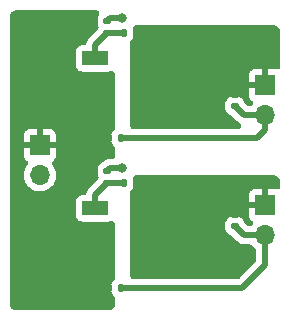
<source format=gbr>
%TF.GenerationSoftware,KiCad,Pcbnew,6.0.2+dfsg-1*%
%TF.CreationDate,2023-01-01T10:44:38-05:00*%
%TF.ProjectId,LM317,4c4d3331-372e-46b6-9963-61645f706362,rev?*%
%TF.SameCoordinates,Original*%
%TF.FileFunction,Copper,L1,Top*%
%TF.FilePolarity,Positive*%
%FSLAX46Y46*%
G04 Gerber Fmt 4.6, Leading zero omitted, Abs format (unit mm)*
G04 Created by KiCad (PCBNEW 6.0.2+dfsg-1) date 2023-01-01 10:44:38*
%MOMM*%
%LPD*%
G01*
G04 APERTURE LIST*
G04 Aperture macros list*
%AMRoundRect*
0 Rectangle with rounded corners*
0 $1 Rounding radius*
0 $2 $3 $4 $5 $6 $7 $8 $9 X,Y pos of 4 corners*
0 Add a 4 corners polygon primitive as box body*
4,1,4,$2,$3,$4,$5,$6,$7,$8,$9,$2,$3,0*
0 Add four circle primitives for the rounded corners*
1,1,$1+$1,$2,$3*
1,1,$1+$1,$4,$5*
1,1,$1+$1,$6,$7*
1,1,$1+$1,$8,$9*
0 Add four rect primitives between the rounded corners*
20,1,$1+$1,$2,$3,$4,$5,0*
20,1,$1+$1,$4,$5,$6,$7,0*
20,1,$1+$1,$6,$7,$8,$9,0*
20,1,$1+$1,$8,$9,$2,$3,0*%
G04 Aperture macros list end*
%TA.AperFunction,SMDPad,CuDef*%
%ADD10R,2.200000X1.200000*%
%TD*%
%TA.AperFunction,SMDPad,CuDef*%
%ADD11R,6.400000X5.800000*%
%TD*%
%TA.AperFunction,SMDPad,CuDef*%
%ADD12RoundRect,0.135000X0.185000X-0.135000X0.185000X0.135000X-0.185000X0.135000X-0.185000X-0.135000X0*%
%TD*%
%TA.AperFunction,SMDPad,CuDef*%
%ADD13RoundRect,0.135000X0.135000X0.185000X-0.135000X0.185000X-0.135000X-0.185000X0.135000X-0.185000X0*%
%TD*%
%TA.AperFunction,ComponentPad*%
%ADD14R,1.700000X1.700000*%
%TD*%
%TA.AperFunction,ComponentPad*%
%ADD15O,1.700000X1.700000*%
%TD*%
%TA.AperFunction,SMDPad,CuDef*%
%ADD16RoundRect,0.140000X-0.170000X0.140000X-0.170000X-0.140000X0.170000X-0.140000X0.170000X0.140000X0*%
%TD*%
%TA.AperFunction,SMDPad,CuDef*%
%ADD17RoundRect,0.140000X-0.140000X-0.170000X0.140000X-0.170000X0.140000X0.170000X-0.140000X0.170000X0*%
%TD*%
%TA.AperFunction,ViaPad*%
%ADD18C,0.800000*%
%TD*%
%TA.AperFunction,Conductor*%
%ADD19C,0.508000*%
%TD*%
G04 APERTURE END LIST*
D10*
%TO.P,U2,1,ADJ*%
%TO.N,Net-(R3-Pad2)*%
X89780000Y-66300000D03*
D11*
%TO.P,U2,2,VO*%
%TO.N,+3V3*%
X96080000Y-68580000D03*
D10*
%TO.P,U2,3,VI*%
%TO.N,+12V*%
X89780000Y-70860000D03*
%TD*%
D12*
%TO.P,R4,1*%
%TO.N,Net-(R3-Pad2)*%
X90805000Y-64135000D03*
%TO.P,R4,2*%
%TO.N,GND*%
X90805000Y-63115000D03*
%TD*%
D13*
%TO.P,R3,1*%
%TO.N,+3V3*%
X93220000Y-64135000D03*
%TO.P,R3,2*%
%TO.N,Net-(R3-Pad2)*%
X92200000Y-64135000D03*
%TD*%
D14*
%TO.P,J3,1,Pin_1*%
%TO.N,+3V3*%
X104140000Y-66040000D03*
D15*
%TO.P,J3,2,Pin_2*%
%TO.N,GND*%
X104140000Y-68580000D03*
%TD*%
D16*
%TO.P,C4,1*%
%TO.N,+3V3*%
X101600000Y-66830000D03*
%TO.P,C4,2*%
%TO.N,GND*%
X101600000Y-67790000D03*
%TD*%
D17*
%TO.P,C3,1*%
%TO.N,+12V*%
X90960000Y-73025000D03*
%TO.P,C3,2*%
%TO.N,GND*%
X91920000Y-73025000D03*
%TD*%
D10*
%TO.P,U1,1,ADJ*%
%TO.N,Net-(R1-Pad2)*%
X89780000Y-53600000D03*
D11*
%TO.P,U1,2,VO*%
%TO.N,+5V*%
X96080000Y-55880000D03*
D10*
%TO.P,U1,3,VI*%
%TO.N,+12V*%
X89780000Y-58160000D03*
%TD*%
D12*
%TO.P,R2,1*%
%TO.N,Net-(R1-Pad2)*%
X90805000Y-51435000D03*
%TO.P,R2,2*%
%TO.N,GND*%
X90805000Y-50415000D03*
%TD*%
D13*
%TO.P,R1,1*%
%TO.N,+5V*%
X93220000Y-51435000D03*
%TO.P,R1,2*%
%TO.N,Net-(R1-Pad2)*%
X92200000Y-51435000D03*
%TD*%
D14*
%TO.P,J2,1,Pin_1*%
%TO.N,+5V*%
X104140000Y-55880000D03*
D15*
%TO.P,J2,2,Pin_2*%
%TO.N,GND*%
X104140000Y-58420000D03*
%TD*%
D14*
%TO.P,J1,1,Pin_1*%
%TO.N,+12V*%
X85090000Y-60955000D03*
D15*
%TO.P,J1,2,Pin_2*%
%TO.N,GND*%
X85090000Y-63495000D03*
%TD*%
D16*
%TO.P,C2,1*%
%TO.N,+5V*%
X101600000Y-56670000D03*
%TO.P,C2,2*%
%TO.N,GND*%
X101600000Y-57630000D03*
%TD*%
D17*
%TO.P,C1,1*%
%TO.N,+12V*%
X90960000Y-60325000D03*
%TO.P,C1,2*%
%TO.N,GND*%
X91920000Y-60325000D03*
%TD*%
D18*
%TO.N,GND*%
X92075000Y-62865000D03*
X92075000Y-50165000D03*
%TD*%
D19*
%TO.N,GND*%
X92075000Y-62865000D02*
X91055000Y-62865000D01*
X91055000Y-62865000D02*
X90805000Y-63115000D01*
X92075000Y-50165000D02*
X91055000Y-50165000D01*
X91055000Y-50165000D02*
X90805000Y-50415000D01*
%TO.N,Net-(R1-Pad2)*%
X90805000Y-51435000D02*
X89780000Y-52460000D01*
X89780000Y-52460000D02*
X89780000Y-53600000D01*
%TO.N,Net-(R3-Pad2)*%
X90805000Y-64135000D02*
X89780000Y-65160000D01*
X89780000Y-65160000D02*
X89780000Y-66300000D01*
X92200000Y-64135000D02*
X90805000Y-64135000D01*
%TO.N,Net-(R1-Pad2)*%
X92200000Y-51435000D02*
X90805000Y-51435000D01*
%TO.N,GND*%
X91920000Y-60325000D02*
X103505000Y-60325000D01*
X103505000Y-60325000D02*
X104140000Y-59690000D01*
X104140000Y-59690000D02*
X104140000Y-58420000D01*
X91920000Y-73025000D02*
X102235000Y-73025000D01*
X102235000Y-73025000D02*
X104140000Y-71120000D01*
X104140000Y-71120000D02*
X104140000Y-68580000D01*
X104140000Y-68580000D02*
X102390000Y-68580000D01*
X102390000Y-68580000D02*
X101600000Y-67790000D01*
X104140000Y-58420000D02*
X102390000Y-58420000D01*
X102390000Y-58420000D02*
X101600000Y-57630000D01*
%TO.N,+12V*%
X89780000Y-70860000D02*
X89780000Y-71845000D01*
X89780000Y-71845000D02*
X90960000Y-73025000D01*
X89780000Y-58160000D02*
X89780000Y-59145000D01*
X89780000Y-59145000D02*
X90960000Y-60325000D01*
%TD*%
%TA.AperFunction,Conductor*%
%TO.N,+12V*%
G36*
X89969201Y-49549258D02*
G01*
X90051280Y-49604102D01*
X90106124Y-49686181D01*
X90125382Y-49783000D01*
X90106124Y-49879819D01*
X90090149Y-49911788D01*
X90032834Y-50008701D01*
X90032832Y-50008707D01*
X90024731Y-50022404D01*
X89979371Y-50178534D01*
X89976500Y-50215011D01*
X89976501Y-50614988D01*
X89979371Y-50651466D01*
X90024731Y-50807596D01*
X90032835Y-50821299D01*
X90034230Y-50824523D01*
X90055006Y-50921028D01*
X90034230Y-51025477D01*
X90032835Y-51028701D01*
X90024731Y-51042404D01*
X90004145Y-51113261D01*
X89958639Y-51200862D01*
X89940089Y-51221573D01*
X89295260Y-51866402D01*
X89271575Y-51886757D01*
X89268278Y-51889831D01*
X89256436Y-51898546D01*
X89246920Y-51909747D01*
X89246918Y-51909749D01*
X89225365Y-51935119D01*
X89219387Y-51941603D01*
X89219424Y-51941636D01*
X89214545Y-51947117D01*
X89209347Y-51952315D01*
X89204788Y-51958078D01*
X89192994Y-51972985D01*
X89187394Y-51979814D01*
X89141316Y-52034051D01*
X89135193Y-52046042D01*
X89126840Y-52056600D01*
X89096699Y-52121091D01*
X89092837Y-52128991D01*
X89060457Y-52192404D01*
X89057257Y-52205481D01*
X89051556Y-52217679D01*
X89037056Y-52287393D01*
X89035113Y-52295977D01*
X89034459Y-52298653D01*
X88992735Y-52388114D01*
X88919950Y-52454801D01*
X88827185Y-52488558D01*
X88788714Y-52491500D01*
X88631866Y-52491500D01*
X88625058Y-52492240D01*
X88625050Y-52492240D01*
X88585458Y-52496541D01*
X88585455Y-52496542D01*
X88569684Y-52498255D01*
X88501396Y-52523855D01*
X88450174Y-52543057D01*
X88450172Y-52543058D01*
X88433295Y-52549385D01*
X88418874Y-52560193D01*
X88418872Y-52560194D01*
X88331160Y-52625931D01*
X88316739Y-52636739D01*
X88229385Y-52753295D01*
X88178255Y-52889684D01*
X88171500Y-52951866D01*
X88171500Y-54248134D01*
X88178255Y-54310316D01*
X88229385Y-54446705D01*
X88316739Y-54563261D01*
X88331160Y-54574069D01*
X88418872Y-54639806D01*
X88418874Y-54639807D01*
X88433295Y-54650615D01*
X88450172Y-54656942D01*
X88450174Y-54656943D01*
X88479384Y-54667893D01*
X88569684Y-54701745D01*
X88585455Y-54703458D01*
X88585458Y-54703459D01*
X88625050Y-54707760D01*
X88625058Y-54707760D01*
X88631866Y-54708500D01*
X90928134Y-54708500D01*
X90934942Y-54707760D01*
X90934950Y-54707760D01*
X90974542Y-54703459D01*
X90974545Y-54703458D01*
X90990316Y-54701745D01*
X91080616Y-54667893D01*
X91098190Y-54661305D01*
X91195608Y-54645351D01*
X91291716Y-54667893D01*
X91371882Y-54725498D01*
X91423900Y-54809395D01*
X91440000Y-54898205D01*
X91440000Y-59473087D01*
X91420742Y-59569906D01*
X91365898Y-59651985D01*
X91263512Y-59754371D01*
X91255411Y-59768069D01*
X91210438Y-59844115D01*
X91180106Y-59895403D01*
X91134394Y-60052746D01*
X91131500Y-60089516D01*
X91131500Y-60560484D01*
X91134394Y-60597254D01*
X91180106Y-60754597D01*
X91263512Y-60895629D01*
X91365898Y-60998015D01*
X91420742Y-61080094D01*
X91440000Y-61176913D01*
X91440000Y-61849500D01*
X91420742Y-61946319D01*
X91365898Y-62028398D01*
X91283819Y-62083242D01*
X91187000Y-62102500D01*
X91131971Y-62102500D01*
X91100850Y-62100146D01*
X91096326Y-62099988D01*
X91081792Y-62097777D01*
X91033965Y-62101667D01*
X91025152Y-62102025D01*
X91025155Y-62102074D01*
X91017828Y-62102500D01*
X91010475Y-62102500D01*
X90984278Y-62105555D01*
X90975518Y-62106421D01*
X90944447Y-62108948D01*
X90919228Y-62110999D01*
X90919227Y-62110999D01*
X90904573Y-62112191D01*
X90891766Y-62116340D01*
X90878393Y-62117899D01*
X90864571Y-62122916D01*
X90864572Y-62122916D01*
X90811470Y-62142191D01*
X90803128Y-62145055D01*
X90735425Y-62166988D01*
X90723917Y-62173971D01*
X90711259Y-62178566D01*
X90698966Y-62186626D01*
X90651715Y-62217605D01*
X90644247Y-62222316D01*
X90617813Y-62238357D01*
X90583419Y-62259228D01*
X90574994Y-62266668D01*
X90572215Y-62269447D01*
X90571228Y-62270374D01*
X90562565Y-62276054D01*
X90543720Y-62295947D01*
X90463159Y-62352990D01*
X90430648Y-62364904D01*
X90362404Y-62384731D01*
X90222459Y-62467494D01*
X90107494Y-62582459D01*
X90099393Y-62596157D01*
X90059699Y-62663277D01*
X90024731Y-62722404D01*
X90020290Y-62737690D01*
X89984651Y-62860361D01*
X89979371Y-62878534D01*
X89976500Y-62915011D01*
X89976501Y-63314988D01*
X89979371Y-63351466D01*
X89982976Y-63363876D01*
X89982977Y-63363879D01*
X90011930Y-63463536D01*
X90024731Y-63507596D01*
X90032835Y-63521299D01*
X90034230Y-63524523D01*
X90055006Y-63621028D01*
X90034230Y-63725477D01*
X90032835Y-63728701D01*
X90024731Y-63742404D01*
X90004145Y-63813261D01*
X89958639Y-63900862D01*
X89940089Y-63921573D01*
X89295260Y-64566402D01*
X89271575Y-64586757D01*
X89268278Y-64589831D01*
X89256436Y-64598546D01*
X89246920Y-64609747D01*
X89246918Y-64609749D01*
X89225365Y-64635119D01*
X89219387Y-64641603D01*
X89219424Y-64641636D01*
X89214545Y-64647117D01*
X89209347Y-64652315D01*
X89192994Y-64672985D01*
X89187394Y-64679814D01*
X89141316Y-64734051D01*
X89135193Y-64746042D01*
X89126840Y-64756600D01*
X89096699Y-64821091D01*
X89092837Y-64828991D01*
X89060457Y-64892404D01*
X89057257Y-64905481D01*
X89051556Y-64917679D01*
X89037056Y-64987393D01*
X89035113Y-64995977D01*
X89034459Y-64998653D01*
X88992735Y-65088114D01*
X88919950Y-65154801D01*
X88827185Y-65188558D01*
X88788714Y-65191500D01*
X88631866Y-65191500D01*
X88625058Y-65192240D01*
X88625050Y-65192240D01*
X88585458Y-65196541D01*
X88585455Y-65196542D01*
X88569684Y-65198255D01*
X88501396Y-65223855D01*
X88450174Y-65243057D01*
X88450172Y-65243058D01*
X88433295Y-65249385D01*
X88418874Y-65260193D01*
X88418872Y-65260194D01*
X88331160Y-65325931D01*
X88316739Y-65336739D01*
X88229385Y-65453295D01*
X88178255Y-65589684D01*
X88171500Y-65651866D01*
X88171500Y-66948134D01*
X88178255Y-67010316D01*
X88229385Y-67146705D01*
X88316739Y-67263261D01*
X88331160Y-67274069D01*
X88418872Y-67339806D01*
X88418874Y-67339807D01*
X88433295Y-67350615D01*
X88450172Y-67356942D01*
X88450174Y-67356943D01*
X88479384Y-67367893D01*
X88569684Y-67401745D01*
X88585455Y-67403458D01*
X88585458Y-67403459D01*
X88625050Y-67407760D01*
X88625058Y-67407760D01*
X88631866Y-67408500D01*
X90928134Y-67408500D01*
X90934942Y-67407760D01*
X90934950Y-67407760D01*
X90974542Y-67403459D01*
X90974545Y-67403458D01*
X90990316Y-67401745D01*
X91080616Y-67367893D01*
X91098190Y-67361305D01*
X91195608Y-67345351D01*
X91291716Y-67367893D01*
X91371882Y-67425498D01*
X91423900Y-67509395D01*
X91440000Y-67598205D01*
X91440000Y-72173087D01*
X91420742Y-72269906D01*
X91365898Y-72351985D01*
X91263512Y-72454371D01*
X91180106Y-72595403D01*
X91134394Y-72752746D01*
X91131500Y-72789516D01*
X91131500Y-73260484D01*
X91134394Y-73297254D01*
X91180106Y-73454597D01*
X91263512Y-73595629D01*
X91365898Y-73698015D01*
X91420742Y-73780094D01*
X91440000Y-73876913D01*
X91440000Y-74405420D01*
X91437837Y-74438431D01*
X91427037Y-74520463D01*
X91409944Y-74584253D01*
X91384686Y-74645230D01*
X91351662Y-74702427D01*
X91311485Y-74754786D01*
X91264786Y-74801485D01*
X91212427Y-74841662D01*
X91155230Y-74874686D01*
X91134996Y-74883068D01*
X91094250Y-74899945D01*
X91030463Y-74917037D01*
X90948431Y-74927837D01*
X90915420Y-74930000D01*
X83074580Y-74930000D01*
X83041569Y-74927837D01*
X82959537Y-74917037D01*
X82895750Y-74899945D01*
X82855004Y-74883068D01*
X82834770Y-74874686D01*
X82777573Y-74841662D01*
X82725214Y-74801485D01*
X82678515Y-74754786D01*
X82638338Y-74702427D01*
X82605314Y-74645230D01*
X82580056Y-74584253D01*
X82562963Y-74520463D01*
X82552163Y-74438431D01*
X82550000Y-74405420D01*
X82550000Y-63461695D01*
X83727251Y-63461695D01*
X83727849Y-63472067D01*
X83727849Y-63472068D01*
X83730874Y-63524523D01*
X83740110Y-63684715D01*
X83764514Y-63793003D01*
X83785250Y-63885012D01*
X83789222Y-63902639D01*
X83822128Y-63983677D01*
X83869360Y-64099998D01*
X83869363Y-64100004D01*
X83873266Y-64109616D01*
X83878690Y-64118467D01*
X83984560Y-64291233D01*
X83984564Y-64291239D01*
X83989987Y-64300088D01*
X84136250Y-64468938D01*
X84308126Y-64611632D01*
X84501000Y-64724338D01*
X84709692Y-64804030D01*
X84793416Y-64821064D01*
X84918427Y-64846498D01*
X84918428Y-64846498D01*
X84928597Y-64848567D01*
X85051419Y-64853071D01*
X85141466Y-64856373D01*
X85141470Y-64856373D01*
X85151837Y-64856753D01*
X85270221Y-64841588D01*
X85363113Y-64829688D01*
X85363115Y-64829688D01*
X85373416Y-64828368D01*
X85568242Y-64769917D01*
X85577442Y-64767157D01*
X85577445Y-64767156D01*
X85587384Y-64764174D01*
X85787994Y-64665896D01*
X85796443Y-64659869D01*
X85796447Y-64659867D01*
X85961410Y-64542200D01*
X85969860Y-64536173D01*
X85977214Y-64528845D01*
X86120745Y-64385815D01*
X86120749Y-64385811D01*
X86128096Y-64378489D01*
X86258453Y-64197077D01*
X86357430Y-63996811D01*
X86386582Y-63900862D01*
X86419352Y-63793003D01*
X86419352Y-63793001D01*
X86422370Y-63783069D01*
X86451529Y-63561590D01*
X86451753Y-63552459D01*
X86452992Y-63501730D01*
X86452992Y-63501722D01*
X86453156Y-63495000D01*
X86434852Y-63272361D01*
X86426616Y-63239570D01*
X86382958Y-63065764D01*
X86380431Y-63055702D01*
X86319257Y-62915011D01*
X86295494Y-62860361D01*
X86295493Y-62860360D01*
X86291354Y-62850840D01*
X86170014Y-62663277D01*
X86142226Y-62632738D01*
X86091309Y-62548169D01*
X86076632Y-62450550D01*
X86100428Y-62354746D01*
X86159076Y-62275341D01*
X86186772Y-62255585D01*
X86186462Y-62255172D01*
X86288479Y-62178715D01*
X86313715Y-62153479D01*
X86379363Y-62065885D01*
X86396499Y-62034585D01*
X86435682Y-61930064D01*
X86442966Y-61899434D01*
X86447260Y-61859905D01*
X86448000Y-61846236D01*
X86448000Y-61233918D01*
X86443866Y-61213134D01*
X86423082Y-61209000D01*
X83756919Y-61209000D01*
X83736135Y-61213134D01*
X83732001Y-61233918D01*
X83732001Y-61846245D01*
X83732740Y-61859888D01*
X83737035Y-61899436D01*
X83744318Y-61930064D01*
X83783501Y-62034585D01*
X83800637Y-62065885D01*
X83866285Y-62153479D01*
X83891521Y-62178715D01*
X83993538Y-62255172D01*
X83991754Y-62257552D01*
X84045816Y-62302832D01*
X84091478Y-62390352D01*
X84100171Y-62488684D01*
X84070573Y-62582858D01*
X84043028Y-62620510D01*
X84044334Y-62621567D01*
X84037809Y-62629624D01*
X84030629Y-62637138D01*
X83904743Y-62821680D01*
X83810688Y-63024305D01*
X83750989Y-63239570D01*
X83727251Y-63461695D01*
X82550000Y-63461695D01*
X82550000Y-60676082D01*
X83732000Y-60676082D01*
X83736134Y-60696866D01*
X83756918Y-60701000D01*
X84811082Y-60701000D01*
X84831866Y-60696866D01*
X84836000Y-60676082D01*
X85344000Y-60676082D01*
X85348134Y-60696866D01*
X85368918Y-60701000D01*
X86423081Y-60701000D01*
X86443865Y-60696866D01*
X86447999Y-60676082D01*
X86447999Y-60063755D01*
X86447260Y-60050112D01*
X86442965Y-60010564D01*
X86435682Y-59979936D01*
X86396499Y-59875415D01*
X86379363Y-59844115D01*
X86313715Y-59756521D01*
X86288479Y-59731285D01*
X86200885Y-59665637D01*
X86169585Y-59648501D01*
X86065064Y-59609318D01*
X86034434Y-59602034D01*
X85994905Y-59597740D01*
X85981236Y-59597000D01*
X85368918Y-59597000D01*
X85348134Y-59601134D01*
X85344000Y-59621918D01*
X85344000Y-60676082D01*
X84836000Y-60676082D01*
X84836000Y-59621919D01*
X84831866Y-59601135D01*
X84811082Y-59597001D01*
X84198755Y-59597001D01*
X84185112Y-59597740D01*
X84145564Y-59602035D01*
X84114936Y-59609318D01*
X84010415Y-59648501D01*
X83979115Y-59665637D01*
X83891521Y-59731285D01*
X83866285Y-59756521D01*
X83800637Y-59844115D01*
X83783501Y-59875415D01*
X83744318Y-59979936D01*
X83737034Y-60010566D01*
X83732740Y-60050095D01*
X83732000Y-60063764D01*
X83732000Y-60676082D01*
X82550000Y-60676082D01*
X82550000Y-50054580D01*
X82552163Y-50021569D01*
X82562963Y-49939537D01*
X82580056Y-49875747D01*
X82605314Y-49814770D01*
X82638338Y-49757573D01*
X82678515Y-49705214D01*
X82725214Y-49658515D01*
X82777573Y-49618338D01*
X82834770Y-49585314D01*
X82855004Y-49576932D01*
X82895750Y-49560055D01*
X82959537Y-49542963D01*
X83041569Y-49532163D01*
X83074580Y-49530000D01*
X89872382Y-49530000D01*
X89969201Y-49549258D01*
G37*
%TD.AperFunction*%
%TD*%
%TA.AperFunction,Conductor*%
%TO.N,+3V3*%
G36*
X104918431Y-63502163D02*
G01*
X105000463Y-63512963D01*
X105064250Y-63530055D01*
X105104996Y-63546932D01*
X105125230Y-63555314D01*
X105182427Y-63588338D01*
X105234786Y-63628515D01*
X105281485Y-63675214D01*
X105321662Y-63727573D01*
X105354686Y-63784770D01*
X105371986Y-63826534D01*
X105379944Y-63845747D01*
X105397037Y-63909537D01*
X105407837Y-63991569D01*
X105410000Y-64024580D01*
X105410000Y-64444235D01*
X105390742Y-64541054D01*
X105335898Y-64623133D01*
X105253819Y-64677977D01*
X105157000Y-64697235D01*
X105098476Y-64690373D01*
X105084436Y-64687035D01*
X105044905Y-64682740D01*
X105031236Y-64682000D01*
X104418918Y-64682000D01*
X104398134Y-64686134D01*
X104394000Y-64706918D01*
X104394000Y-66041000D01*
X104374742Y-66137819D01*
X104319898Y-66219898D01*
X104237819Y-66274742D01*
X104141000Y-66294000D01*
X102806919Y-66294000D01*
X102786135Y-66298134D01*
X102782001Y-66318918D01*
X102782001Y-66931245D01*
X102782740Y-66944888D01*
X102787035Y-66984436D01*
X102794318Y-67015064D01*
X102833501Y-67119585D01*
X102850637Y-67150885D01*
X102916285Y-67238479D01*
X102941521Y-67263715D01*
X103043538Y-67340172D01*
X103041754Y-67342552D01*
X103095816Y-67387832D01*
X103141478Y-67475352D01*
X103150171Y-67573684D01*
X103120573Y-67667858D01*
X103093031Y-67705507D01*
X103094336Y-67706564D01*
X103087806Y-67714627D01*
X103080629Y-67722138D01*
X103078379Y-67725437D01*
X103004547Y-67786841D01*
X102910271Y-67816114D01*
X102883827Y-67817500D01*
X102810634Y-67817500D01*
X102713815Y-67798242D01*
X102631736Y-67743398D01*
X102453154Y-67564816D01*
X102398310Y-67482737D01*
X102389097Y-67456501D01*
X102374333Y-67405683D01*
X102369894Y-67390403D01*
X102286488Y-67249371D01*
X102170629Y-67133512D01*
X102147080Y-67119585D01*
X102043299Y-67058209D01*
X102043297Y-67058208D01*
X102029597Y-67050106D01*
X102014309Y-67045665D01*
X102014308Y-67045664D01*
X101884673Y-67008002D01*
X101872254Y-67004394D01*
X101859369Y-67003380D01*
X101859364Y-67003379D01*
X101840439Y-67001890D01*
X101835484Y-67001500D01*
X101364516Y-67001500D01*
X101359561Y-67001890D01*
X101340636Y-67003379D01*
X101340631Y-67003380D01*
X101327746Y-67004394D01*
X101315327Y-67008002D01*
X101185692Y-67045664D01*
X101185691Y-67045665D01*
X101170403Y-67050106D01*
X101156703Y-67058208D01*
X101156701Y-67058209D01*
X101052920Y-67119585D01*
X101029371Y-67133512D01*
X100913512Y-67249371D01*
X100830106Y-67390403D01*
X100784394Y-67547746D01*
X100783380Y-67560631D01*
X100783379Y-67560636D01*
X100781933Y-67579016D01*
X100781500Y-67584516D01*
X100781500Y-67995484D01*
X100784394Y-68032254D01*
X100830106Y-68189597D01*
X100913512Y-68330629D01*
X101029371Y-68446488D01*
X101170403Y-68529894D01*
X101223038Y-68545186D01*
X101236501Y-68549097D01*
X101324103Y-68594602D01*
X101344816Y-68613154D01*
X101796402Y-69064740D01*
X101816757Y-69088425D01*
X101819831Y-69091722D01*
X101828546Y-69103564D01*
X101839747Y-69113080D01*
X101839749Y-69113082D01*
X101865119Y-69134635D01*
X101871603Y-69140613D01*
X101871636Y-69140576D01*
X101877117Y-69145455D01*
X101882315Y-69150653D01*
X101888078Y-69155212D01*
X101902985Y-69167006D01*
X101909814Y-69172606D01*
X101964051Y-69218684D01*
X101976042Y-69224807D01*
X101986600Y-69233160D01*
X102051071Y-69263292D01*
X102059001Y-69267169D01*
X102109308Y-69292857D01*
X102109316Y-69292860D01*
X102122404Y-69299543D01*
X102135483Y-69302743D01*
X102147680Y-69308444D01*
X102202525Y-69319852D01*
X102217352Y-69322936D01*
X102225963Y-69324884D01*
X102274248Y-69336699D01*
X102295112Y-69341804D01*
X102306330Y-69342500D01*
X102310245Y-69342500D01*
X102311616Y-69342543D01*
X102321757Y-69344652D01*
X102397841Y-69342593D01*
X102404684Y-69342500D01*
X102887530Y-69342500D01*
X102984349Y-69361758D01*
X103066428Y-69416602D01*
X103078760Y-69429850D01*
X103179444Y-69546082D01*
X103179450Y-69546088D01*
X103186250Y-69553938D01*
X103286110Y-69636843D01*
X103348299Y-69713505D01*
X103376418Y-69808131D01*
X103377500Y-69831500D01*
X103377500Y-70699366D01*
X103358242Y-70796185D01*
X103303398Y-70878264D01*
X101993264Y-72188398D01*
X101911185Y-72243242D01*
X101814366Y-72262500D01*
X92999892Y-72262500D01*
X92903073Y-72243242D01*
X92820994Y-72188398D01*
X92799160Y-72163499D01*
X92798323Y-72162408D01*
X92765314Y-72105230D01*
X92740056Y-72044253D01*
X92722963Y-71980463D01*
X92712163Y-71898431D01*
X92710000Y-71865420D01*
X92710000Y-65761082D01*
X102782000Y-65761082D01*
X102786134Y-65781866D01*
X102806918Y-65786000D01*
X103861082Y-65786000D01*
X103881866Y-65781866D01*
X103886000Y-65761082D01*
X103886000Y-64706919D01*
X103881866Y-64686135D01*
X103861082Y-64682001D01*
X103248755Y-64682001D01*
X103235112Y-64682740D01*
X103195564Y-64687035D01*
X103164936Y-64694318D01*
X103060415Y-64733501D01*
X103029115Y-64750637D01*
X102941521Y-64816285D01*
X102916285Y-64841521D01*
X102850637Y-64929115D01*
X102833501Y-64960415D01*
X102794318Y-65064936D01*
X102787034Y-65095566D01*
X102782740Y-65135095D01*
X102782000Y-65148764D01*
X102782000Y-65761082D01*
X92710000Y-65761082D01*
X92710000Y-64959843D01*
X92729258Y-64863024D01*
X92784102Y-64780945D01*
X92847506Y-64717541D01*
X92930269Y-64577596D01*
X92934710Y-64562310D01*
X92972022Y-64433883D01*
X92972023Y-64433879D01*
X92975629Y-64421466D01*
X92978500Y-64384989D01*
X92978499Y-63885012D01*
X92975629Y-63848534D01*
X92969237Y-63826532D01*
X92960719Y-63728186D01*
X92990485Y-63634065D01*
X93054004Y-63558500D01*
X93141605Y-63512994D01*
X93179162Y-63505113D01*
X93201559Y-63502165D01*
X93234580Y-63500000D01*
X104885420Y-63500000D01*
X104918431Y-63502163D01*
G37*
%TD.AperFunction*%
%TD*%
%TA.AperFunction,Conductor*%
%TO.N,+5V*%
G36*
X104918431Y-50802163D02*
G01*
X105000463Y-50812963D01*
X105064250Y-50830055D01*
X105104996Y-50846932D01*
X105125230Y-50855314D01*
X105182427Y-50888338D01*
X105234786Y-50928515D01*
X105281485Y-50975214D01*
X105321662Y-51027573D01*
X105354686Y-51084770D01*
X105371986Y-51126534D01*
X105379944Y-51145747D01*
X105397037Y-51209537D01*
X105407837Y-51291569D01*
X105410000Y-51324580D01*
X105410000Y-54284235D01*
X105390742Y-54381054D01*
X105335898Y-54463133D01*
X105253819Y-54517977D01*
X105157000Y-54537235D01*
X105098476Y-54530373D01*
X105084436Y-54527035D01*
X105044905Y-54522740D01*
X105031236Y-54522000D01*
X104418918Y-54522000D01*
X104398134Y-54526134D01*
X104394000Y-54546918D01*
X104394000Y-55881000D01*
X104374742Y-55977819D01*
X104319898Y-56059898D01*
X104237819Y-56114742D01*
X104141000Y-56134000D01*
X102806919Y-56134000D01*
X102786135Y-56138134D01*
X102782001Y-56158918D01*
X102782001Y-56771245D01*
X102782740Y-56784888D01*
X102787035Y-56824436D01*
X102794318Y-56855064D01*
X102833501Y-56959585D01*
X102850637Y-56990885D01*
X102916285Y-57078479D01*
X102941521Y-57103715D01*
X103043538Y-57180172D01*
X103041754Y-57182552D01*
X103095816Y-57227832D01*
X103141478Y-57315352D01*
X103150171Y-57413684D01*
X103120573Y-57507858D01*
X103093031Y-57545507D01*
X103094336Y-57546564D01*
X103087806Y-57554627D01*
X103080629Y-57562138D01*
X103078379Y-57565437D01*
X103004547Y-57626841D01*
X102910271Y-57656114D01*
X102883827Y-57657500D01*
X102810634Y-57657500D01*
X102713815Y-57638242D01*
X102631736Y-57583398D01*
X102453154Y-57404816D01*
X102398310Y-57322737D01*
X102389097Y-57296501D01*
X102374333Y-57245683D01*
X102369894Y-57230403D01*
X102286488Y-57089371D01*
X102170629Y-56973512D01*
X102147080Y-56959585D01*
X102043299Y-56898209D01*
X102043297Y-56898208D01*
X102029597Y-56890106D01*
X102014309Y-56885665D01*
X102014308Y-56885664D01*
X101884673Y-56848002D01*
X101872254Y-56844394D01*
X101859369Y-56843380D01*
X101859364Y-56843379D01*
X101840439Y-56841890D01*
X101835484Y-56841500D01*
X101364516Y-56841500D01*
X101359561Y-56841890D01*
X101340636Y-56843379D01*
X101340631Y-56843380D01*
X101327746Y-56844394D01*
X101315327Y-56848002D01*
X101185692Y-56885664D01*
X101185691Y-56885665D01*
X101170403Y-56890106D01*
X101156703Y-56898208D01*
X101156701Y-56898209D01*
X101052920Y-56959585D01*
X101029371Y-56973512D01*
X100913512Y-57089371D01*
X100830106Y-57230403D01*
X100784394Y-57387746D01*
X100783380Y-57400631D01*
X100783379Y-57400636D01*
X100781933Y-57419016D01*
X100781500Y-57424516D01*
X100781500Y-57835484D01*
X100784394Y-57872254D01*
X100830106Y-58029597D01*
X100913512Y-58170629D01*
X101029371Y-58286488D01*
X101170403Y-58369894D01*
X101223038Y-58385186D01*
X101236501Y-58389097D01*
X101324103Y-58434602D01*
X101344816Y-58453154D01*
X101796402Y-58904740D01*
X101816757Y-58928425D01*
X101819831Y-58931722D01*
X101828546Y-58943564D01*
X101839747Y-58953080D01*
X101839749Y-58953082D01*
X101865119Y-58974635D01*
X101871603Y-58980613D01*
X101871636Y-58980576D01*
X101877117Y-58985455D01*
X101882315Y-58990653D01*
X101888078Y-58995212D01*
X101902985Y-59007006D01*
X101909814Y-59012606D01*
X101964051Y-59058684D01*
X101976042Y-59064807D01*
X101986600Y-59073160D01*
X102001872Y-59080298D01*
X102004387Y-59082145D01*
X102012418Y-59087105D01*
X102012019Y-59087751D01*
X102081429Y-59138737D01*
X102132567Y-59223174D01*
X102147500Y-59320754D01*
X102123953Y-59416621D01*
X102065513Y-59496179D01*
X101981076Y-59547317D01*
X101894750Y-59562500D01*
X92999892Y-59562500D01*
X92903073Y-59543242D01*
X92820994Y-59488398D01*
X92799160Y-59463499D01*
X92798323Y-59462408D01*
X92765314Y-59405230D01*
X92740056Y-59344253D01*
X92722963Y-59280463D01*
X92712163Y-59198431D01*
X92710000Y-59165420D01*
X92710000Y-55601082D01*
X102782000Y-55601082D01*
X102786134Y-55621866D01*
X102806918Y-55626000D01*
X103861082Y-55626000D01*
X103881866Y-55621866D01*
X103886000Y-55601082D01*
X103886000Y-54546919D01*
X103881866Y-54526135D01*
X103861082Y-54522001D01*
X103248755Y-54522001D01*
X103235112Y-54522740D01*
X103195564Y-54527035D01*
X103164936Y-54534318D01*
X103060415Y-54573501D01*
X103029115Y-54590637D01*
X102941521Y-54656285D01*
X102916285Y-54681521D01*
X102850637Y-54769115D01*
X102833501Y-54800415D01*
X102794318Y-54904936D01*
X102787034Y-54935566D01*
X102782740Y-54975095D01*
X102782000Y-54988764D01*
X102782000Y-55601082D01*
X92710000Y-55601082D01*
X92710000Y-52259843D01*
X92729258Y-52163024D01*
X92784102Y-52080945D01*
X92847506Y-52017541D01*
X92930269Y-51877596D01*
X92975629Y-51721466D01*
X92978500Y-51684989D01*
X92978499Y-51185012D01*
X92975629Y-51148534D01*
X92969237Y-51126532D01*
X92960719Y-51028186D01*
X92990485Y-50934065D01*
X93054004Y-50858500D01*
X93141605Y-50812994D01*
X93179162Y-50805113D01*
X93201559Y-50802165D01*
X93234580Y-50800000D01*
X104885420Y-50800000D01*
X104918431Y-50802163D01*
G37*
%TD.AperFunction*%
%TD*%
M02*

</source>
